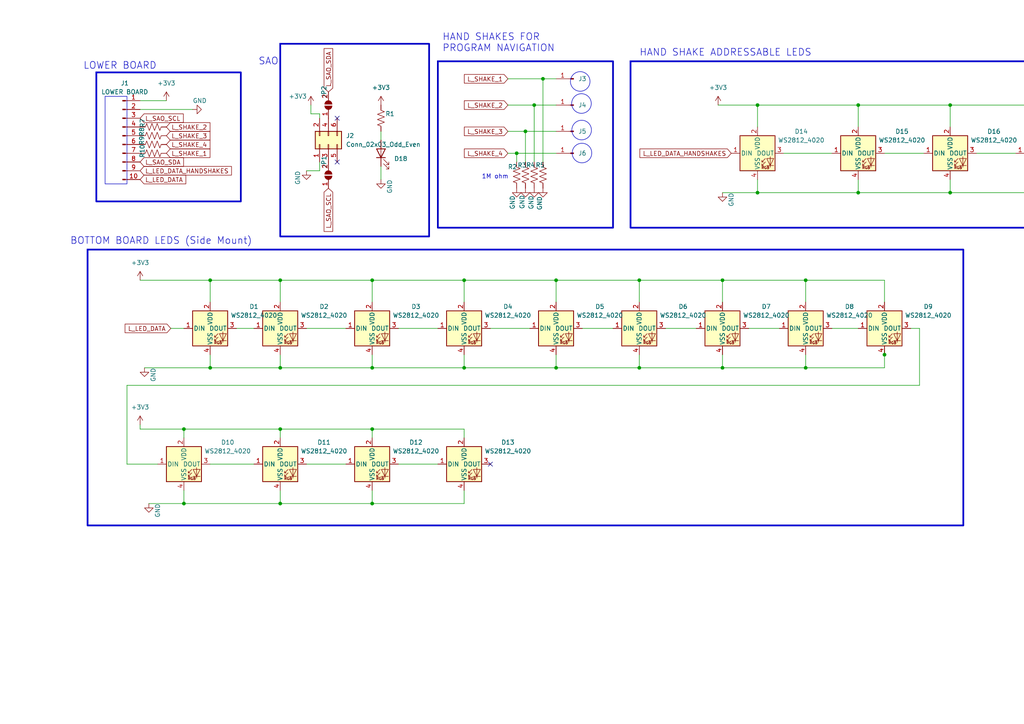
<source format=kicad_sch>
(kicad_sch (version 20231120) (generator "eeschema") (generator_version "8.0")
  (paper "A4")
  (lib_symbols
    (symbol "Connector:Conn_01x01_Pin" (pin_names (offset 1.016) hide)
      (property "Reference" "J" (at 0 2.54 0))
      (property "Value" "Conn_01x01_Pin" (at 0 -2.54 0))
      (symbol "Conn_01x01_Pin_1_1"
        (polyline (pts (xy 1.27 0) (xy 0.8636 0)) (stroke (width 0.1524)))
        (rectangle (start 0.8636 0.127) (end 0 -0.127) (stroke (width 0.1524)) (fill (type outline)))
        (pin passive line (at 5.08 0 180) (length 3.81) (name "Pin_1") (number "1"))
      )
    )
    (symbol "Connector:Conn_01x10_Pin" (pin_names (offset 1.016) hide)
      (property "Reference" "J" (at 0 12.7 0))
      (property "Value" "Conn_01x10_Pin" (at 0 -15.24 0))
      (symbol "Conn_01x10_Pin_1_1"
        (polyline (pts (xy 1.27 -12.7) (xy 0.8636 -12.7)) (stroke (width 0.1524)))
        (polyline (pts (xy 1.27 -10.16) (xy 0.8636 -10.16)) (stroke (width 0.1524)))
        (polyline (pts (xy 1.27 -7.62) (xy 0.8636 -7.62)) (stroke (width 0.1524)))
        (polyline (pts (xy 1.27 -5.08) (xy 0.8636 -5.08)) (stroke (width 0.1524)))
        (polyline (pts (xy 1.27 -2.54) (xy 0.8636 -2.54)) (stroke (width 0.1524)))
        (polyline (pts (xy 1.27 0) (xy 0.8636 0)) (stroke (width 0.1524)))
        (polyline (pts (xy 1.27 2.54) (xy 0.8636 2.54)) (stroke (width 0.1524)))
        (polyline (pts (xy 1.27 5.08) (xy 0.8636 5.08)) (stroke (width 0.1524)))
        (polyline (pts (xy 1.27 7.62) (xy 0.8636 7.62)) (stroke (width 0.1524)))
        (polyline (pts (xy 1.27 10.16) (xy 0.8636 10.16)) (stroke (width 0.1524)))
        (rectangle (start 0.8636 -12.573) (end 0 -12.827) (stroke (width 0.1524)) (fill (type outline)))
        (rectangle (start 0.8636 -10.033) (end 0 -10.287) (stroke (width 0.1524)) (fill (type outline)))
        (rectangle (start 0.8636 -7.493) (end 0 -7.747) (stroke (width 0.1524)) (fill (type outline)))
        (rectangle (start 0.8636 -4.953) (end 0 -5.207) (stroke (width 0.1524)) (fill (type outline)))
        (rectangle (start 0.8636 -2.413) (end 0 -2.667) (stroke (width 0.1524)) (fill (type outline)))
        (rectangle (start 0.8636 0.127) (end 0 -0.127) (stroke (width 0.1524)) (fill (type outline)))
        (rectangle (start 0.8636 2.667) (end 0 2.413) (stroke (width 0.1524)) (fill (type outline)))
        (rectangle (start 0.8636 5.207) (end 0 4.953) (stroke (width 0.1524)) (fill (type outline)))
        (rectangle (start 0.8636 7.747) (end 0 7.493) (stroke (width 0.1524)) (fill (type outline)))
        (rectangle (start 0.8636 10.287) (end 0 10.033) (stroke (width 0.1524)) (fill (type outline)))
        (pin passive line (at 5.08 10.16 180) (length 3.81) (name "Pin_1") (number "1"))
        (pin passive line (at 5.08 -12.7 180) (length 3.81) (name "Pin_10") (number "10"))
        (pin passive line (at 5.08 7.62 180) (length 3.81) (name "Pin_2") (number "2"))
        (pin passive line (at 5.08 5.08 180) (length 3.81) (name "Pin_3") (number "3"))
        (pin passive line (at 5.08 2.54 180) (length 3.81) (name "Pin_4") (number "4"))
        (pin passive line (at 5.08 0 180) (length 3.81) (name "Pin_5") (number "5"))
        (pin passive line (at 5.08 -2.54 180) (length 3.81) (name "Pin_6") (number "6"))
        (pin passive line (at 5.08 -5.08 180) (length 3.81) (name "Pin_7") (number "7"))
        (pin passive line (at 5.08 -7.62 180) (length 3.81) (name "Pin_8") (number "8"))
        (pin passive line (at 5.08 -10.16 180) (length 3.81) (name "Pin_9") (number "9"))
      )
    )
    (symbol "Connector_Generic:Conn_02x03_Odd_Even" (pin_names (offset 1.016) hide)
      (property "Reference" "J" (at 1.27 5.08 0))
      (property "Value" "Conn_02x03_Odd_Even" (at 1.27 -5.08 0))
      (symbol "Conn_02x03_Odd_Even_1_1"
        (rectangle (start -1.27 -2.413) (end 0 -2.667) (stroke (width 0.1524)))
        (rectangle (start -1.27 0.127) (end 0 -0.127) (stroke (width 0.1524)))
        (rectangle (start -1.27 2.667) (end 0 2.413) (stroke (width 0.1524)))
        (rectangle (start -1.27 3.81) (end 3.81 -3.81) (stroke (width 0.254)) (fill (type background)))
        (rectangle (start 3.81 -2.413) (end 2.54 -2.667) (stroke (width 0.1524)))
        (rectangle (start 3.81 0.127) (end 2.54 -0.127) (stroke (width 0.1524)))
        (rectangle (start 3.81 2.667) (end 2.54 2.413) (stroke (width 0.1524)))
        (pin passive line (at -5.08 2.54 0) (length 3.81) (name "Pin_1") (number "1"))
        (pin passive line (at 7.62 2.54 180) (length 3.81) (name "Pin_2") (number "2"))
        (pin passive line (at -5.08 0 0) (length 3.81) (name "Pin_3") (number "3"))
        (pin passive line (at 7.62 0 180) (length 3.81) (name "Pin_4") (number "4"))
        (pin passive line (at -5.08 -2.54 0) (length 3.81) (name "Pin_5") (number "5"))
        (pin passive line (at 7.62 -2.54 180) (length 3.81) (name "Pin_6") (number "6"))
      )
    )
    (symbol "Device:LED" (pin_numbers hide) (pin_names (offset 1.016) hide)
      (property "Reference" "D" (at 0 2.54 0))
      (property "Value" "LED" (at 0 -2.54 0))
      (symbol "LED_0_1"
        (polyline (pts (xy -1.27 -1.27) (xy -1.27 1.27)) (stroke (width 0.254)))
        (polyline (pts (xy -1.27 0) (xy 1.27 0)))
        (polyline (pts (xy 1.27 -1.27) (xy 1.27 1.27) (xy -1.27 0) (xy 1.27 -1.27)) (stroke (width 0.254)))
        (polyline (pts (xy -3.048 -0.762) (xy -4.572 -2.286) (xy -3.81 -2.286) (xy -4.572 -2.286) (xy -4.572 -1.524)))
        (polyline (pts (xy -1.778 -0.762) (xy -3.302 -2.286) (xy -2.54 -2.286) (xy -3.302 -2.286) (xy -3.302 -1.524)))
      )
      (symbol "LED_1_1"
        (pin passive line (at -3.81 0 0) (length 2.54) (name "K") (number "1"))
        (pin passive line (at 3.81 0 180) (length 2.54) (name "A") (number "2"))
      )
    )
    (symbol "Device:R_US" (pin_numbers hide) (pin_names (offset 0))
      (property "Reference" "R" (at 2.54 0 90))
      (property "Value" "R_US" (at -2.54 0 90))
      (symbol "R_US_0_1"
        (polyline (pts (xy 0 -2.286) (xy 0 -2.54)))
        (polyline (pts (xy 0 2.286) (xy 0 2.54)))
        (polyline (pts (xy 0 -0.762) (xy 1.016 -1.143) (xy 0 -1.524) (xy -1.016 -1.905) (xy 0 -2.286)))
        (polyline (pts (xy 0 0.762) (xy 1.016 0.381) (xy 0 0) (xy -1.016 -0.381) (xy 0 -0.762)))
        (polyline (pts (xy 0 2.286) (xy 1.016 1.905) (xy 0 1.524) (xy -1.016 1.143) (xy 0 0.762)))
      )
      (symbol "R_US_1_1"
        (pin passive line (at 0 3.81 270) (length 1.27) (name "~") (number "1"))
        (pin passive line (at 0 -3.81 90) (length 1.27) (name "~") (number "2"))
      )
    )
    (symbol "Jumper:SolderJumper_2_Open" (pin_names (offset 0) hide)
      (property "Reference" "JP" (at 0 2.032 0))
      (property "Value" "SolderJumper_2_Open" (at 0 -2.54 0))
      (symbol "SolderJumper_2_Open_0_1"
        (arc (start -0.254 1.016) (mid -1.2656 0) (end -0.254 -1.016))
        (arc (start -0.254 1.016) (mid -1.2656 0) (end -0.254 -1.016) (fill (type outline)))
        (polyline (pts (xy -0.254 1.016) (xy -0.254 -1.016)))
        (polyline (pts (xy 0.254 1.016) (xy 0.254 -1.016)))
        (arc (start 0.254 -1.016) (mid 1.2656 0) (end 0.254 1.016))
        (arc (start 0.254 -1.016) (mid 1.2656 0) (end 0.254 1.016) (fill (type outline)))
      )
      (symbol "SolderJumper_2_Open_1_1"
        (pin passive line (at -3.81 0 0) (length 2.54) (name "A") (number "1"))
        (pin passive line (at 3.81 0 180) (length 2.54) (name "B") (number "2"))
      )
    )
    (symbol "PCM_marbastlib-various:WS2812_4020" (pin_names (offset 0.254))
      (property "Reference" "LED" (at 5.08 5.715 0))
      (property "Value" "WS2812_4020" (at 1.27 -5.715 0))
      (symbol "WS2812_4020_0_0"
        (text "RGB" (at 2.286 -4.191 0) (effects (font (size 0.762 0.762))))
      )
      (symbol "WS2812_4020_0_1"
        (polyline (pts (xy 1.27 -3.556) (xy 1.778 -3.556)))
        (polyline (pts (xy 1.27 -2.54) (xy 1.778 -2.54)))
        (polyline (pts (xy 4.699 -3.556) (xy 2.667 -3.556)))
        (polyline (pts (xy 2.286 -2.54) (xy 1.27 -3.556) (xy 1.27 -3.048)))
        (polyline (pts (xy 2.286 -1.524) (xy 1.27 -2.54) (xy 1.27 -2.032)))
        (polyline (pts (xy 3.683 -1.016) (xy 3.683 -3.556) (xy 3.683 -4.064)))
        (polyline (pts (xy 4.699 -1.524) (xy 2.667 -1.524) (xy 3.683 -3.556) (xy 4.699 -1.524)))
        (rectangle (start 5.08 5.08) (end -5.08 -5.08) (stroke (width 0.254)) (fill (type background)))
      )
      (symbol "WS2812_4020_1_1"
        (pin input line (at -7.62 0 0) (length 2.54) (name "DIN") (number "1"))
        (pin power_in line (at 0 7.62 270) (length 2.54) (name "VDD") (number "2"))
        (pin output line (at 7.62 0 180) (length 2.54) (name "DOUT") (number "3"))
        (pin power_in line (at 0 -7.62 90) (length 2.54) (name "VSS") (number "4"))
      )
    )
    (symbol "power:+3V3" (power) (pin_names (offset 0))
      (property "Value" "+3V3" (at 0 3.556 0))
      (symbol "+3V3_0_1"
        (polyline (pts (xy -0.762 1.27) (xy 0 2.54)))
        (polyline (pts (xy 0 0) (xy 0 2.54)))
        (polyline (pts (xy 0 2.54) (xy 0.762 1.27)))
      )
      (symbol "+3V3_1_1"
        (pin power_in line (at 0 0 90) (length 0) hide (name "+3V3") (number "1"))
      )
    )
    (symbol "power:GND" (power) (pin_names (offset 0))
      (property "Value" "GND" (at 0 -3.81 0))
      (symbol "GND_0_1"
        (polyline (pts (xy 0 0) (xy 0 -1.27) (xy 1.27 -1.27) (xy 0 -2.54) (xy -1.27 -1.27) (xy 0 -1.27)))
      )
      (symbol "GND_1_1"
        (pin power_in line (at 0 0 270) (length 0) hide (name "GND") (number "1"))
      )
    )
  )
  (junction (at 209.55 106.68))
  (junction (at 161.29 81.28))
  (junction (at 60.96 81.28))
  (junction (at 107.95 81.28))
  (junction (at 134.62 81.28))
  (junction (at 233.68 81.28))
  (junction (at 53.34 124.46))
  (junction (at 161.29 106.68))
  (junction (at 248.92 55.88))
  (junction (at 81.28 146.05))
  (junction (at 134.62 106.68))
  (junction (at 248.92 30.48))
  (junction (at 53.34 146.05))
  (junction (at 107.95 124.46))
  (junction (at 81.28 81.28))
  (junction (at 157.48 22.86))
  (junction (at 275.59 55.88))
  (junction (at 81.28 124.46))
  (junction (at 185.42 81.28))
  (junction (at 219.71 55.88))
  (junction (at 209.55 81.28))
  (junction (at 233.68 106.68))
  (junction (at 152.4 38.1))
  (junction (at 107.95 106.68))
  (junction (at 60.96 106.68))
  (junction (at 154.94 30.48))
  (junction (at 256.54 102.87))
  (junction (at 185.42 106.68))
  (junction (at 81.28 106.68))
  (junction (at 219.71 30.48))
  (junction (at 107.95 146.05))
  (junction (at 149.86 44.45))
  (junction (at 275.59 30.48))
  (no_connect (at 142.24 134.62))
  (no_connect (at 97.79 46.99))
  (no_connect (at 309.88 44.45))
  (no_connect (at 97.79 34.29))
  (wire (pts (xy 302.26 52.07) (xy 302.26 55.88)))
  (wire (pts (xy 248.92 30.48) (xy 275.59 30.48)))
  (wire (pts (xy 60.96 81.28) (xy 81.28 81.28)))
  (wire (pts (xy 36.83 134.62) (xy 45.72 134.62)))
  (wire (pts (xy 219.71 52.07) (xy 219.71 55.88)))
  (wire (pts (xy 275.59 30.48) (xy 275.59 36.83)))
  (wire (pts (xy 219.71 55.88) (xy 248.92 55.88)))
  (wire (pts (xy 115.57 134.62) (xy 127 134.62)))
  (wire (pts (xy 147.32 44.45) (xy 149.86 44.45)))
  (wire (pts (xy 256.54 101.6) (xy 256.54 102.87)))
  (wire (pts (xy 233.68 81.28) (xy 233.68 87.63)))
  (wire (pts (xy 49.53 95.25) (xy 53.34 95.25)))
  (wire (pts (xy 209.55 81.28) (xy 209.55 87.63)))
  (wire (pts (xy 208.28 30.48) (xy 219.71 30.48)))
  (wire (pts (xy 88.9 95.25) (xy 100.33 95.25)))
  (wire (pts (xy 256.54 44.45) (xy 267.97 44.45)))
  (wire (pts (xy 168.91 95.25) (xy 177.8 95.25)))
  (wire (pts (xy 217.17 95.25) (xy 226.06 95.25)))
  (wire (pts (xy 81.28 81.28) (xy 107.95 81.28)))
  (wire (pts (xy 264.16 95.25) (xy 266.7 95.25)))
  (wire (pts (xy 110.49 48.26) (xy 110.49 52.07)))
  (wire (pts (xy 92.71 49.53) (xy 92.71 46.99)))
  (wire (pts (xy 157.48 22.86) (xy 157.48 46.99)))
  (wire (pts (xy 53.34 124.46) (xy 53.34 127)))
  (wire (pts (xy 256.54 102.87) (xy 256.54 106.68)))
  (wire (pts (xy 248.92 55.88) (xy 275.59 55.88)))
  (wire (pts (xy 53.34 142.24) (xy 53.34 146.05)))
  (wire (pts (xy 147.32 30.48) (xy 154.94 30.48)))
  (wire (pts (xy 157.48 22.86) (xy 161.29 22.86)))
  (wire (pts (xy 40.64 81.28) (xy 60.96 81.28)))
  (wire (pts (xy 219.71 30.48) (xy 248.92 30.48)))
  (wire (pts (xy 48.26 29.21) (xy 40.64 29.21)))
  (wire (pts (xy 256.54 87.63) (xy 256.54 81.28)))
  (wire (pts (xy 40.64 124.46) (xy 40.64 123.19)))
  (wire (pts (xy 107.95 124.46) (xy 107.95 127)))
  (wire (pts (xy 233.68 102.87) (xy 233.68 106.68)))
  (wire (pts (xy 81.28 81.28) (xy 81.28 87.63)))
  (wire (pts (xy 134.62 124.46) (xy 134.62 127)))
  (wire (pts (xy 134.62 106.68) (xy 161.29 106.68)))
  (wire (pts (xy 302.26 36.83) (xy 302.26 30.48)))
  (wire (pts (xy 152.4 38.1) (xy 161.29 38.1)))
  (wire (pts (xy 219.71 30.48) (xy 219.71 36.83)))
  (wire (pts (xy 134.62 81.28) (xy 161.29 81.28)))
  (wire (pts (xy 233.68 106.68) (xy 209.55 106.68)))
  (wire (pts (xy 36.83 111.76) (xy 266.7 111.76)))
  (wire (pts (xy 185.42 106.68) (xy 161.29 106.68)))
  (wire (pts (xy 248.92 30.48) (xy 248.92 36.83)))
  (wire (pts (xy 149.86 44.45) (xy 149.86 46.99)))
  (wire (pts (xy 134.62 102.87) (xy 134.62 106.68)))
  (wire (pts (xy 107.95 81.28) (xy 134.62 81.28)))
  (wire (pts (xy 92.71 33.02) (xy 90.17 33.02)))
  (wire (pts (xy 81.28 142.24) (xy 81.28 146.05)))
  (wire (pts (xy 185.42 81.28) (xy 185.42 87.63)))
  (wire (pts (xy 134.62 142.24) (xy 134.62 146.05)))
  (wire (pts (xy 92.71 33.02) (xy 92.71 34.29)))
  (wire (pts (xy 41.91 106.68) (xy 60.96 106.68)))
  (wire (pts (xy 107.95 102.87) (xy 107.95 106.68)))
  (wire (pts (xy 60.96 102.87) (xy 60.96 106.68)))
  (wire (pts (xy 154.94 30.48) (xy 154.94 46.99)))
  (wire (pts (xy 53.34 146.05) (xy 81.28 146.05)))
  (wire (pts (xy 185.42 81.28) (xy 161.29 81.28)))
  (wire (pts (xy 81.28 102.87) (xy 81.28 106.68)))
  (wire (pts (xy 88.9 49.53) (xy 92.71 49.53)))
  (wire (pts (xy 248.92 52.07) (xy 248.92 55.88)))
  (wire (pts (xy 275.59 30.48) (xy 302.26 30.48)))
  (wire (pts (xy 81.28 146.05) (xy 107.95 146.05)))
  (wire (pts (xy 110.49 38.1) (xy 110.49 40.64)))
  (wire (pts (xy 209.55 55.88) (xy 219.71 55.88)))
  (wire (pts (xy 275.59 52.07) (xy 275.59 55.88)))
  (wire (pts (xy 266.7 95.25) (xy 266.7 111.76)))
  (wire (pts (xy 107.95 81.28) (xy 107.95 87.63)))
  (wire (pts (xy 147.32 38.1) (xy 152.4 38.1)))
  (wire (pts (xy 107.95 142.24) (xy 107.95 146.05)))
  (wire (pts (xy 36.83 111.76) (xy 36.83 134.62)))
  (wire (pts (xy 115.57 95.25) (xy 127 95.25)))
  (wire (pts (xy 134.62 87.63) (xy 134.62 81.28)))
  (wire (pts (xy 283.21 44.45) (xy 294.64 44.45)))
  (wire (pts (xy 142.24 95.25) (xy 153.67 95.25)))
  (wire (pts (xy 107.95 124.46) (xy 81.28 124.46)))
  (wire (pts (xy 81.28 124.46) (xy 53.34 124.46)))
  (wire (pts (xy 88.9 134.62) (xy 100.33 134.62)))
  (wire (pts (xy 152.4 38.1) (xy 152.4 46.99)))
  (wire (pts (xy 275.59 55.88) (xy 302.26 55.88)))
  (wire (pts (xy 149.86 44.45) (xy 161.29 44.45)))
  (wire (pts (xy 256.54 106.68) (xy 233.68 106.68)))
  (wire (pts (xy 60.96 81.28) (xy 60.96 87.63)))
  (wire (pts (xy 193.04 95.25) (xy 201.93 95.25)))
  (wire (pts (xy 134.62 124.46) (xy 107.95 124.46)))
  (wire (pts (xy 161.29 87.63) (xy 161.29 81.28)))
  (wire (pts (xy 43.18 146.05) (xy 53.34 146.05)))
  (wire (pts (xy 81.28 124.46) (xy 81.28 127)))
  (wire (pts (xy 53.34 124.46) (xy 40.64 124.46)))
  (wire (pts (xy 90.17 30.48) (xy 90.17 33.02)))
  (wire (pts (xy 40.64 31.75) (xy 55.88 31.75)))
  (wire (pts (xy 60.96 134.62) (xy 73.66 134.62)))
  (wire (pts (xy 161.29 102.87) (xy 161.29 106.68)))
  (wire (pts (xy 185.42 102.87) (xy 185.42 106.68)))
  (wire (pts (xy 233.68 81.28) (xy 209.55 81.28)))
  (wire (pts (xy 81.28 106.68) (xy 107.95 106.68)))
  (wire (pts (xy 147.32 22.86) (xy 157.48 22.86)))
  (wire (pts (xy 68.58 95.25) (xy 73.66 95.25)))
  (wire (pts (xy 209.55 102.87) (xy 209.55 106.68)))
  (wire (pts (xy 107.95 106.68) (xy 134.62 106.68)))
  (wire (pts (xy 154.94 30.48) (xy 161.29 30.48)))
  (wire (pts (xy 209.55 81.28) (xy 185.42 81.28)))
  (wire (pts (xy 107.95 146.05) (xy 134.62 146.05)))
  (wire (pts (xy 60.96 106.68) (xy 81.28 106.68)))
  (wire (pts (xy 227.33 44.45) (xy 241.3 44.45)))
  (wire (pts (xy 209.55 106.68) (xy 185.42 106.68)))
  (wire (pts (xy 256.54 81.28) (xy 233.68 81.28)))
  (wire (pts (xy 241.3 95.25) (xy 248.92 95.25)))
  (rectangle (start 27.94 20.9963) (end 69.85 58.42) (stroke (width 0.5)))
  (circle (center 168.6529 30.0234) (radius 2.8398))
  (rectangle (start 25.4 72.39) (end 279.4 152.4) (stroke (width 0.5)))
  (rectangle (start 81.28 12.7) (end 124.46 68.58) (stroke (width 0.5)))
  (circle (center 168.7933 44.3856) (radius 2.8398))
  (circle (center 168.2876 23.6227) (radius 2.8398))
  (rectangle (start 30.48 27.94) (end 36.83 53.34))
  (rectangle (start 127 17.78) (end 177.8 66.04) (stroke (width 0.5)))
  (circle (center 168.702 37.7194) (radius 2.8398))
  (rectangle (start 182.88 17.78) (end 323.85 66.04) (stroke (width 0.5)))
  (text "HAND SHAKES FOR\nPROGRAM NAVIGATION" (at 128.27 15.24 0) (effects (font (size 2 2)) (justify left bottom)))
  (text "LOWER BOARD" (at 24.13 20.32 0) (effects (font (size 2 2)) (justify left bottom)))
  (text "SAO" (at 74.93 19.05 0) (effects (font (size 2 2)) (justify left bottom)))
  (text "HAND SHAKE ADDRESSABLE LEDS" (at 185.42 16.51 0) (effects (font (size 2 2)) (justify left bottom)))
  (text "BOTTOM BOARD LEDS (Side Mount)" (at 20.32 71.12 0) (effects (font (size 2 2)) (justify left bottom)))
  (text "1M ohm" (at 139.7 52.07 0) (effects (font (size 1.27 1.27)) (justify left bottom)))
  (global_label "L_SHAKE_1" (shape input) (at 48.26 44.45 0) (property "Intersheetrefs" "${INTERSHEET_REFS}" (effects (hide yes))))
  (global_label "L_SAO_SCL" (shape input) (at 40.64 34.29 0) (property "Intersheetrefs" "${INTERSHEET_REFS}" (effects (hide yes))))
  (global_label "L_LED_DATA_HANDSHAKES" (shape input) (at 40.64 49.53 0) (property "Intersheetrefs" "${INTERSHEET_REFS}" (effects (hide yes))))
  (global_label "L_SHAKE_3" (shape input) (at 48.26 39.37 0) (property "Intersheetrefs" "${INTERSHEET_REFS}" (effects (hide yes))))
  (global_label "L_SAO_SDA" (shape input) (at 40.64 46.99 0) (property "Intersheetrefs" "${INTERSHEET_REFS}" (effects (hide yes))))
  (global_label "L_SHAKE_4" (shape input) (at 147.32 44.45 180) (property "Intersheetrefs" "${INTERSHEET_REFS}" (effects (hide yes))))
  (global_label "L_SAO_SDA" (shape input) (at 95.25 26.67 90) (property "Intersheetrefs" "${INTERSHEET_REFS}" (effects (hide yes))))
  (global_label "L_LED_DATA" (shape input) (at 40.64 52.07 0) (property "Intersheetrefs" "${INTERSHEET_REFS}" (effects (hide yes))))
  (global_label "L_SAO_SCL" (shape input) (at 95.25 54.61 270) (property "Intersheetrefs" "${INTERSHEET_REFS}" (effects (hide yes))))
  (global_label "L_LED_DATA" (shape input) (at 49.53 95.25 180) (property "Intersheetrefs" "${INTERSHEET_REFS}" (effects (hide yes))))
  (global_label "L_SHAKE_2" (shape input) (at 147.32 30.48 180) (property "Intersheetrefs" "${INTERSHEET_REFS}" (effects (hide yes))))
  (global_label "L_SHAKE_2" (shape input) (at 48.26 36.83 0) (property "Intersheetrefs" "${INTERSHEET_REFS}" (effects (hide yes))))
  (global_label "L_SHAKE_1" (shape input) (at 147.32 22.86 180) (property "Intersheetrefs" "${INTERSHEET_REFS}" (effects (hide yes))))
  (global_label "L_SHAKE_4" (shape input) (at 48.26 41.91 0) (property "Intersheetrefs" "${INTERSHEET_REFS}" (effects (hide yes))))
  (global_label "L_SHAKE_3" (shape input) (at 147.32 38.1 180) (property "Intersheetrefs" "${INTERSHEET_REFS}" (effects (hide yes))))
  (global_label "L_LED_DATA_HANDSHAKES" (shape input) (at 212.09 44.45 180) (property "Intersheetrefs" "${INTERSHEET_REFS}" (effects (hide yes))))
  (symbol (lib_id "Connector:Conn_01x01_Pin") (at 166.37 38.1 0) (mirror y) (unit 1)
    (property "Reference" "J5" (at 168.91 38.1 0))
    (property "Value" "Conn_01x01_Pin" (effects (hide yes)))
    (property "Footprint" "mad_hatter_badge:mad_hatter_touch_button" (effects (hide yes)))
  )
  (symbol (lib_id "power:GND") (at 209.55 55.88 0) (unit 1)
    (property "Reference" "#PWR013" (effects (hide yes)))
    (property "Value" "GND" (at 212.09 55.88 90) (effects (justify right)))
  )
  (symbol (lib_id "Device:R_US") (at 44.45 39.37 270) (unit 1)
    (property "Reference" "R8" (at 41.1261 36.8576 0) (effects (justify left)))
    (property "Value" "R_US" (effects (hide yes)))
    (property "Footprint" "Resistor_SMD:R_0603_1608Metric_Pad0.98x0.95mm_HandSolder" (effects (hide yes)))
  )
  (symbol (lib_id "PCM_marbastlib-various:WS2812_4020") (at 53.34 134.62 0) (unit 1)
    (property "Reference" "D10" (at 66.04 128.3014 0))
    (property "Value" "WS2812_4020" (at 66.04 130.8414 0))
    (property "Footprint" "mad_hatter_badge:sk6812-side-a" (effects (hide yes)))
    (property "Datasheet" "https://datasheet.lcsc.com/lcsc/2012110135_Worldsemi-WS2812B-4020_C965557.pdf" (effects (hide yes)))
    (property "Description" "4020 SMD adressable RGB LED with integrated controller" (effects (hide yes)))
  )
  (symbol (lib_id "power:+3V3") (at 40.64 81.28 0) (unit 1)
    (property "Reference" "#PWR05" (effects (hide yes)))
    (property "Value" "+3V3" (at 40.64 76.2 0))
  )
  (symbol (lib_id "power:GND") (at 157.48 54.61 0) (unit 1)
    (property "Reference" "#PWR016" (effects (hide yes)))
    (property "Value" "GND" (at 156.5115 56.9078 90) (effects (justify right)))
  )
  (symbol (lib_id "PCM_marbastlib-various:WS2812_4020") (at 60.96 95.25 0) (unit 1)
    (property "Reference" "D1" (at 73.66 88.9314 0))
    (property "Value" "WS2812_4020" (at 73.66 91.4714 0))
    (property "Footprint" "mad_hatter_badge:sk6812-side-a" (effects (hide yes)))
    (property "Datasheet" "https://datasheet.lcsc.com/lcsc/2012110135_Worldsemi-WS2812B-4020_C965557.pdf" (effects (hide yes)))
    (property "Description" "4020 SMD adressable RGB LED with integrated controller" (effects (hide yes)))
  )
  (symbol (lib_id "Jumper:SolderJumper_2_Open") (at 95.25 50.8 90) (unit 1)
    (property "Reference" "JP1" (at 93.98 46.99 0))
    (property "Value" "SolderJumper_2_Open" (effects (hide yes)))
    (property "Footprint" "Jumper:SolderJumper-2_P1.3mm_Open_Pad1.0x1.5mm" (effects (hide yes)))
  )
  (symbol (lib_id "power:GND") (at 41.91 106.68 0) (unit 1)
    (property "Reference" "#PWR07" (effects (hide yes)))
    (property "Value" "GND" (at 44.45 106.68 90) (effects (justify right)))
  )
  (symbol (lib_id "power:GND") (at 149.86 54.61 0) (unit 1)
    (property "Reference" "#PWR011" (effects (hide yes)))
    (property "Value" "GND" (at 148.6367 56.6785 90) (effects (justify right)))
  )
  (symbol (lib_id "Jumper:SolderJumper_2_Open") (at 95.25 30.48 90) (unit 1)
    (property "Reference" "JP2" (at 93.98 26.67 0))
    (property "Value" "SolderJumper_2_Open" (effects (hide yes)))
    (property "Footprint" "Jumper:SolderJumper-2_P1.3mm_Open_Pad1.0x1.5mm" (effects (hide yes)))
  )
  (symbol (lib_id "PCM_marbastlib-various:WS2812_4020") (at 81.28 134.62 0) (unit 1)
    (property "Reference" "D11" (at 93.98 128.3014 0))
    (property "Value" "WS2812_4020" (at 93.98 130.8414 0))
    (property "Footprint" "mad_hatter_badge:sk6812-side-a" (effects (hide yes)))
    (property "Datasheet" "https://datasheet.lcsc.com/lcsc/2012110135_Worldsemi-WS2812B-4020_C965557.pdf" (effects (hide yes)))
    (property "Description" "4020 SMD adressable RGB LED with integrated controller" (effects (hide yes)))
  )
  (symbol (lib_id "power:+3V3") (at 40.64 123.19 0) (unit 1)
    (property "Reference" "#PWR06" (effects (hide yes)))
    (property "Value" "+3V3" (at 40.64 118.11 0))
  )
  (symbol (lib_id "PCM_marbastlib-various:WS2812_4020") (at 134.62 95.25 0) (unit 1)
    (property "Reference" "D4" (at 147.32 88.9314 0))
    (property "Value" "WS2812_4020" (at 147.32 91.4714 0))
    (property "Footprint" "mad_hatter_badge:sk6812-side-a" (effects (hide yes)))
    (property "Datasheet" "https://datasheet.lcsc.com/lcsc/2012110135_Worldsemi-WS2812B-4020_C965557.pdf" (effects (hide yes)))
    (property "Description" "4020 SMD adressable RGB LED with integrated controller" (effects (hide yes)))
  )
  (symbol (lib_id "Device:R_US") (at 44.45 36.83 270) (unit 1)
    (property "Reference" "R7" (at 41.3368 34.3286 0) (effects (justify left)))
    (property "Value" "R_US" (effects (hide yes)))
    (property "Footprint" "Resistor_SMD:R_0603_1608Metric_Pad0.98x0.95mm_HandSolder" (effects (hide yes)))
  )
  (symbol (lib_id "PCM_marbastlib-various:WS2812_4020") (at 161.29 95.25 0) (unit 1)
    (property "Reference" "D5" (at 173.99 88.9314 0))
    (property "Value" "WS2812_4020" (at 173.99 91.4714 0))
    (property "Footprint" "mad_hatter_badge:sk6812-side-a" (effects (hide yes)))
    (property "Datasheet" "https://datasheet.lcsc.com/lcsc/2012110135_Worldsemi-WS2812B-4020_C965557.pdf" (effects (hide yes)))
    (property "Description" "4020 SMD adressable RGB LED with integrated controller" (effects (hide yes)))
  )
  (symbol (lib_id "PCM_marbastlib-various:WS2812_4020") (at 81.28 95.25 0) (unit 1)
    (property "Reference" "D2" (at 93.98 88.9314 0))
    (property "Value" "WS2812_4020" (at 93.98 91.4714 0))
    (property "Footprint" "mad_hatter_badge:sk6812-side-a" (effects (hide yes)))
    (property "Datasheet" "https://datasheet.lcsc.com/lcsc/2012110135_Worldsemi-WS2812B-4020_C965557.pdf" (effects (hide yes)))
    (property "Description" "4020 SMD adressable RGB LED with integrated controller" (effects (hide yes)))
  )
  (symbol (lib_id "power:GND") (at 110.49 52.07 0) (unit 1)
    (property "Reference" "#PWR010" (effects (hide yes)))
    (property "Value" "GND" (at 113.03 52.07 90) (effects (justify right)))
  )
  (symbol (lib_id "Connector_Generic:Conn_02x03_Odd_Even") (at 95.25 41.91 90) (unit 1)
    (property "Reference" "J2" (at 100.33 39.37 90) (effects (justify right)))
    (property "Value" "Conn_02x03_Odd_Even" (at 100.33 41.91 90) (effects (justify right)))
    (property "Footprint" "mad_hatter_badge:sao_footprint" (effects (hide yes)))
  )
  (symbol (lib_id "power:GND") (at 88.9 49.53 0) (unit 1)
    (property "Reference" "#PWR03" (effects (hide yes)))
    (property "Value" "GND" (at 86.36 49.53 90) (effects (justify right)))
  )
  (symbol (lib_id "Device:R_US") (at 110.49 34.29 0) (unit 1)
    (property "Reference" "R1" (at 111.76 33.02 0) (effects (justify left)))
    (property "Value" "R_US" (effects (hide yes)))
    (property "Footprint" "Resistor_SMD:R_0603_1608Metric_Pad0.98x0.95mm_HandSolder" (effects (hide yes)))
  )
  (symbol (lib_id "PCM_marbastlib-various:WS2812_4020") (at 209.55 95.25 0) (unit 1)
    (property "Reference" "D7" (at 222.25 88.9314 0))
    (property "Value" "WS2812_4020" (at 222.25 91.4714 0))
    (property "Footprint" "mad_hatter_badge:sk6812-side-a" (effects (hide yes)))
    (property "Datasheet" "https://datasheet.lcsc.com/lcsc/2012110135_Worldsemi-WS2812B-4020_C965557.pdf" (effects (hide yes)))
    (property "Description" "4020 SMD adressable RGB LED with integrated controller" (effects (hide yes)))
  )
  (symbol (lib_id "PCM_marbastlib-various:WS2812_4020") (at 256.54 95.25 0) (unit 1)
    (property "Reference" "D9" (at 269.24 88.9314 0))
    (property "Value" "WS2812_4020" (at 269.24 91.4714 0))
    (property "Footprint" "mad_hatter_badge:sk6812-side-a" (effects (hide yes)))
    (property "Datasheet" "https://datasheet.lcsc.com/lcsc/2012110135_Worldsemi-WS2812B-4020_C965557.pdf" (effects (hide yes)))
    (property "Description" "4020 SMD adressable RGB LED with integrated controller" (effects (hide yes)))
  )
  (symbol (lib_id "Connector:Conn_01x10_Pin") (at 35.56 39.37 0) (unit 1)
    (property "Reference" "J1" (at 36.195 24.13 0))
    (property "Value" "LOWER BOARD" (at 36.195 26.67 0))
    (property "Footprint" "mad_hatter_badge:mad_hatter_lower_board_connector" (effects (hide yes)))
  )
  (symbol (lib_id "power:+3V3") (at 208.28 30.48 0) (unit 1)
    (property "Reference" "#PWR012" (effects (hide yes)))
    (property "Value" "+3V3" (at 208.28 25.4 0))
  )
  (symbol (lib_id "power:GND") (at 152.4 54.61 0) (unit 1)
    (property "Reference" "#PWR014" (effects (hide yes)))
    (property "Value" "GND" (at 151.44 56.551 90) (effects (justify right)))
  )
  (symbol (lib_id "Connector:Conn_01x01_Pin") (at 166.37 30.48 0) (mirror y) (unit 1)
    (property "Reference" "J4" (at 168.91 30.48 0))
    (property "Value" "Conn_01x01_Pin" (effects (hide yes)))
    (property "Footprint" "mad_hatter_badge:mad_hatter_touch_button" (effects (hide yes)))
  )
  (symbol (lib_id "PCM_marbastlib-various:WS2812_4020") (at 134.62 134.62 0) (unit 1)
    (property "Reference" "D13" (at 147.32 128.3014 0))
    (property "Value" "WS2812_4020" (at 147.32 130.8414 0))
    (property "Footprint" "mad_hatter_badge:sk6812-side-a" (effects (hide yes)))
    (property "Datasheet" "https://datasheet.lcsc.com/lcsc/2012110135_Worldsemi-WS2812B-4020_C965557.pdf" (effects (hide yes)))
    (property "Description" "4020 SMD adressable RGB LED with integrated controller" (effects (hide yes)))
  )
  (symbol (lib_id "PCM_marbastlib-various:WS2812_4020") (at 248.92 44.45 0) (unit 1)
    (property "Reference" "D15" (at 261.62 38.1314 0))
    (property "Value" "WS2812_4020" (at 261.62 40.6714 0))
    (property "Footprint" "mad_hatter_badge:sk6812-side-a" (effects (hide yes)))
    (property "Datasheet" "https://datasheet.lcsc.com/lcsc/2012110135_Worldsemi-WS2812B-4020_C965557.pdf" (effects (hide yes)))
    (property "Description" "4020 SMD adressable RGB LED with integrated controller" (effects (hide yes)))
  )
  (symbol (lib_id "Device:LED") (at 110.49 44.45 90) (unit 1)
    (property "Reference" "D18" (at 114.3 46.0375 90) (effects (justify right)))
    (property "Value" "LED" (effects (hide yes)))
    (property "Footprint" "LED_SMD:LED_1206_3216Metric_Pad1.42x1.75mm_HandSolder" (effects (hide yes)))
  )
  (symbol (lib_id "Device:R_US") (at 44.45 44.45 270) (unit 1)
    (property "Reference" "R10" (at 41.2666 41.8893 0) (effects (justify left)))
    (property "Value" "R_US" (effects (hide yes)))
    (property "Footprint" "Resistor_SMD:R_0603_1608Metric_Pad0.98x0.95mm_HandSolder" (effects (hide yes)))
  )
  (symbol (lib_id "power:GND") (at 43.18 146.05 0) (unit 1)
    (property "Reference" "#PWR08" (effects (hide yes)))
    (property "Value" "GND" (at 45.72 146.05 90) (effects (justify right)))
  )
  (symbol (lib_id "Device:R_US") (at 152.4 50.8 0) (unit 1)
    (property "Reference" "R3" (at 150.0813 47.9164 0) (effects (justify left)))
    (property "Value" "R_US" (effects (hide yes)))
    (property "Footprint" "Resistor_SMD:R_0603_1608Metric_Pad0.98x0.95mm_HandSolder" (effects (hide yes)))
  )
  (symbol (lib_id "PCM_marbastlib-various:WS2812_4020") (at 302.26 44.45 0) (unit 1)
    (property "Reference" "D17" (at 314.96 38.1314 0))
    (property "Value" "WS2812_4020" (at 314.96 40.6714 0))
    (property "Footprint" "mad_hatter_badge:sk6812-side-a" (effects (hide yes)))
    (property "Datasheet" "https://datasheet.lcsc.com/lcsc/2012110135_Worldsemi-WS2812B-4020_C965557.pdf" (effects (hide yes)))
    (property "Description" "4020 SMD adressable RGB LED with integrated controller" (effects (hide yes)))
  )
  (symbol (lib_id "Device:R_US") (at 149.86 50.8 0) (unit 1)
    (property "Reference" "R2" (at 147.2922 48.3935 0) (effects (justify left)))
    (property "Value" "R_US" (effects (hide yes)))
    (property "Footprint" "Resistor_SMD:R_0603_1608Metric_Pad0.98x0.95mm_HandSolder" (effects (hide yes)))
  )
  (symbol (lib_id "power:+3V3") (at 48.26 29.21 0) (unit 1)
    (property "Reference" "#PWR01" (effects (hide yes)))
    (property "Value" "+3V3" (at 48.26 24.13 0))
  )
  (symbol (lib_id "PCM_marbastlib-various:WS2812_4020") (at 219.71 44.45 0) (unit 1)
    (property "Reference" "D14" (at 232.41 38.1314 0))
    (property "Value" "WS2812_4020" (at 232.41 40.6714 0))
    (property "Footprint" "mad_hatter_badge:sk6812-side-a" (effects (hide yes)))
    (property "Datasheet" "https://datasheet.lcsc.com/lcsc/2012110135_Worldsemi-WS2812B-4020_C965557.pdf" (effects (hide yes)))
    (property "Description" "4020 SMD adressable RGB LED with integrated controller" (effects (hide yes)))
  )
  (symbol (lib_id "PCM_marbastlib-various:WS2812_4020") (at 275.59 44.45 0) (unit 1)
    (property "Reference" "D16" (at 288.29 38.1314 0))
    (property "Value" "WS2812_4020" (at 288.29 40.6714 0))
    (property "Footprint" "mad_hatter_badge:sk6812-side-a" (effects (hide yes)))
    (property "Datasheet" "https://datasheet.lcsc.com/lcsc/2012110135_Worldsemi-WS2812B-4020_C965557.pdf" (effects (hide yes)))
    (property "Description" "4020 SMD adressable RGB LED with integrated controller" (effects (hide yes)))
  )
  (symbol (lib_id "Connector:Conn_01x01_Pin") (at 166.37 44.45 0) (mirror y) (unit 1)
    (property "Reference" "J6" (at 168.91 44.45 0))
    (property "Value" "Conn_01x01_Pin" (effects (hide yes)))
    (property "Footprint" "mad_hatter_badge:mad_hatter_touch_button" (effects (hide yes)))
  )
  (symbol (lib_id "Device:R_US") (at 154.94 50.8 0) (unit 1)
    (property "Reference" "R4" (at 152.5768 47.8797 0) (effects (justify left)))
    (property "Value" "R_US" (effects (hide yes)))
    (property "Footprint" "Resistor_SMD:R_0603_1608Metric_Pad0.98x0.95mm_HandSolder" (effects (hide yes)))
  )
  (symbol (lib_id "power:+3V3") (at 90.17 30.48 0) (unit 1)
    (property "Reference" "#PWR04" (effects (hide yes)))
    (property "Value" "+3V3" (at 86.36 27.94 0))
  )
  (symbol (lib_id "Device:R_US") (at 157.48 50.8 0) (unit 1)
    (property "Reference" "R5" (at 155.3292 47.8797 0) (effects (justify left)))
    (property "Value" "R_US" (effects (hide yes)))
    (property "Footprint" "Resistor_SMD:R_0603_1608Metric_Pad0.98x0.95mm_HandSolder" (effects (hide yes)))
  )
  (symbol (lib_id "power:+3V3") (at 110.49 30.48 0) (unit 1)
    (property "Reference" "#PWR09" (effects (hide yes)))
    (property "Value" "+3V3" (at 110.49 25.4 0))
  )
  (symbol (lib_id "PCM_marbastlib-various:WS2812_4020") (at 107.95 134.62 0) (unit 1)
    (property "Reference" "D12" (at 120.65 128.3014 0))
    (property "Value" "WS2812_4020" (at 120.65 130.8414 0))
    (property "Footprint" "mad_hatter_badge:sk6812-side-a" (effects (hide yes)))
    (property "Datasheet" "https://datasheet.lcsc.com/lcsc/2012110135_Worldsemi-WS2812B-4020_C965557.pdf" (effects (hide yes)))
    (property "Description" "4020 SMD adressable RGB LED with integrated controller" (effects (hide yes)))
  )
  (symbol (lib_id "Device:R_US") (at 44.45 41.91 270) (unit 1)
    (property "Reference" "R9" (at 41.1261 39.3867 0) (effects (justify left)))
    (property "Value" "R_US" (effects (hide yes)))
    (property "Footprint" "Resistor_SMD:R_0603_1608Metric_Pad0.98x0.95mm_HandSolder" (effects (hide yes)))
  )
  (symbol (lib_id "Connector:Conn_01x01_Pin") (at 166.37 22.86 0) (mirror y) (unit 1)
    (property "Reference" "J3" (at 168.91 22.86 0))
    (property "Value" "Conn_01x01_Pin" (effects (hide yes)))
    (property "Footprint" "mad_hatter_badge:mad_hatter_touch_button" (effects (hide yes)))
  )
  (symbol (lib_id "PCM_marbastlib-various:WS2812_4020") (at 233.68 95.25 0) (unit 1)
    (property "Reference" "D8" (at 246.38 88.9314 0))
    (property "Value" "WS2812_4020" (at 246.38 91.4714 0))
    (property "Footprint" "mad_hatter_badge:sk6812-side-a" (effects (hide yes)))
    (property "Datasheet" "https://datasheet.lcsc.com/lcsc/2012110135_Worldsemi-WS2812B-4020_C965557.pdf" (effects (hide yes)))
    (property "Description" "4020 SMD adressable RGB LED with integrated controller" (effects (hide yes)))
  )
  (symbol (lib_id "PCM_marbastlib-various:WS2812_4020") (at 185.42 95.25 0) (unit 1)
    (property "Reference" "D6" (at 198.12 88.9314 0))
    (property "Value" "WS2812_4020" (at 198.12 91.4714 0))
    (property "Footprint" "mad_hatter_badge:sk6812-side-a" (effects (hide yes)))
    (property "Datasheet" "https://datasheet.lcsc.com/lcsc/2012110135_Worldsemi-WS2812B-4020_C965557.pdf" (effects (hide yes)))
    (property "Description" "4020 SMD adressable RGB LED with integrated controller" (effects (hide yes)))
  )
  (symbol (lib_id "PCM_marbastlib-various:WS2812_4020") (at 107.95 95.25 0) (unit 1)
    (property "Reference" "D3" (at 120.65 88.9314 0))
    (property "Value" "WS2812_4020" (at 120.65 91.4714 0))
    (property "Footprint" "mad_hatter_badge:sk6812-side-a" (effects (hide yes)))
    (property "Datasheet" "https://datasheet.lcsc.com/lcsc/2012110135_Worldsemi-WS2812B-4020_C965557.pdf" (effects (hide yes)))
    (property "Description" "4020 SMD adressable RGB LED with integrated controller" (effects (hide yes)))
  )
  (symbol (lib_id "power:GND") (at 154.94 54.61 0) (unit 1)
    (property "Reference" "#PWR015" (effects (hide yes)))
    (property "Value" "GND" (at 154.0395 56.6785 90) (effects (justify right)))
  )
  (symbol (lib_id "power:GND") (at 55.88 31.75 90) (unit 1)
    (property "Reference" "#PWR02" (effects (hide yes)))
    (property "Value" "GND" (at 55.88 29.21 90) (effects (justify right)))
  )
)
</source>
